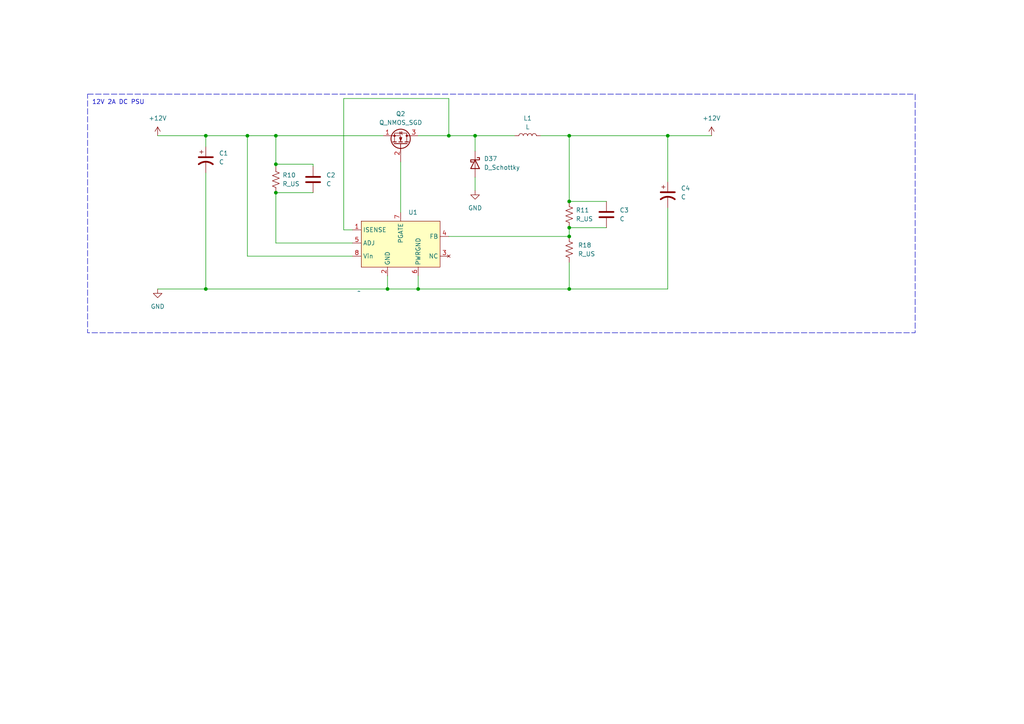
<source format=kicad_sch>
(kicad_sch (version 20230121) (generator eeschema)
  (paper "A4")
  (lib_symbols
    (symbol "Device:C" (pin_numbers hide) (pin_names (offset 0.254))
      (property "Reference" "C" (at 0.635 2.54 0))
      (property "Value" "C" (at 0.635 -2.54 0))
      (symbol "C_0_1"
        (polyline (pts (xy -2.032 -0.762) (xy 2.032 -0.762)) (stroke (width 0.508)))
        (polyline (pts (xy -2.032 0.762) (xy 2.032 0.762)) (stroke (width 0.508)))
      )
      (symbol "C_1_1"
        (pin passive line (at 0 3.81 270) (length 2.794) (name "~") (number "1"))
        (pin passive line (at 0 -3.81 90) (length 2.794) (name "~") (number "2"))
      )
    )
    (symbol "Device:C_Polarized_US" (pin_numbers hide) (pin_names (offset 0.254) hide)
      (property "Reference" "C" (at 0.635 2.54 0))
      (property "Value" "C_Polarized_US" (at 0.635 -2.54 0))
      (symbol "C_Polarized_US_0_1"
        (polyline (pts (xy -2.032 0.762) (xy 2.032 0.762)) (stroke (width 0.508)))
        (polyline (pts (xy -1.778 2.286) (xy -0.762 2.286)))
        (polyline (pts (xy -1.27 1.778) (xy -1.27 2.794)))
        (arc (start 2.032 -1.27) (mid 0 -0.5572) (end -2.032 -1.27) (stroke (width 0.508)))
      )
      (symbol "C_Polarized_US_1_1"
        (pin passive line (at 0 3.81 270) (length 2.794) (name "~") (number "1"))
        (pin passive line (at 0 -3.81 90) (length 3.302) (name "~") (number "2"))
      )
    )
    (symbol "Device:D_Schottky" (pin_numbers hide) (pin_names (offset 1.016) hide)
      (property "Reference" "D" (at 0 2.54 0))
      (property "Value" "D_Schottky" (at 0 -2.54 0))
      (symbol "D_Schottky_0_1"
        (polyline (pts (xy 1.27 0) (xy -1.27 0)))
        (polyline (pts (xy 1.27 1.27) (xy 1.27 -1.27) (xy -1.27 0) (xy 1.27 1.27)) (stroke (width 0.254)))
        (polyline (pts (xy -1.905 0.635) (xy -1.905 1.27) (xy -1.27 1.27) (xy -1.27 -1.27) (xy -0.635 -1.27) (xy -0.635 -0.635)) (stroke (width 0.254)))
      )
      (symbol "D_Schottky_1_1"
        (pin passive line (at -3.81 0 0) (length 2.54) (name "K") (number "1"))
        (pin passive line (at 3.81 0 180) (length 2.54) (name "A") (number "2"))
      )
    )
    (symbol "Device:L" (pin_numbers hide) (pin_names (offset 1.016) hide)
      (property "Reference" "L" (at -1.27 0 90))
      (property "Value" "L" (at 1.905 0 90))
      (symbol "L_0_1"
        (arc (start 0 -2.54) (mid 0.6323 -1.905) (end 0 -1.27))
        (arc (start 0 -1.27) (mid 0.6323 -0.635) (end 0 0))
        (arc (start 0 0) (mid 0.6323 0.635) (end 0 1.27))
        (arc (start 0 1.27) (mid 0.6323 1.905) (end 0 2.54))
      )
      (symbol "L_1_1"
        (pin passive line (at 0 3.81 270) (length 1.27) (name "1") (number "1"))
        (pin passive line (at 0 -3.81 90) (length 1.27) (name "2") (number "2"))
      )
    )
    (symbol "Device:Q_NMOS_SGD" (pin_names (offset 0) hide)
      (property "Reference" "Q" (at 5.08 1.27 0))
      (property "Value" "Q_NMOS_SGD" (at 5.08 -1.27 0))
      (symbol "Q_NMOS_SGD_0_1"
        (polyline (pts (xy 0.254 0) (xy -2.54 0)))
        (polyline (pts (xy 0.254 1.905) (xy 0.254 -1.905)) (stroke (width 0.254)))
        (polyline (pts (xy 0.762 -1.27) (xy 0.762 -2.286)) (stroke (width 0.254)))
        (polyline (pts (xy 0.762 0.508) (xy 0.762 -0.508)) (stroke (width 0.254)))
        (polyline (pts (xy 0.762 2.286) (xy 0.762 1.27)) (stroke (width 0.254)))
        (polyline (pts (xy 2.54 2.54) (xy 2.54 1.778)))
        (polyline (pts (xy 2.54 -2.54) (xy 2.54 0) (xy 0.762 0)))
        (polyline (pts (xy 0.762 -1.778) (xy 3.302 -1.778) (xy 3.302 1.778) (xy 0.762 1.778)))
        (polyline (pts (xy 1.016 0) (xy 2.032 0.381) (xy 2.032 -0.381) (xy 1.016 0)) (fill (type outline)))
        (polyline (pts (xy 2.794 0.508) (xy 2.921 0.381) (xy 3.683 0.381) (xy 3.81 0.254)))
        (polyline (pts (xy 3.302 0.381) (xy 2.921 -0.254) (xy 3.683 -0.254) (xy 3.302 0.381)))
        (circle (center 1.651 0) (radius 2.794) (stroke (width 0.254)))
        (circle (center 2.54 -1.778) (radius 0.254) (fill (type outline)))
        (circle (center 2.54 1.778) (radius 0.254) (fill (type outline)))
      )
      (symbol "Q_NMOS_SGD_1_1"
        (pin passive line (at 2.54 -5.08 90) (length 2.54) (name "S") (number "1"))
        (pin input line (at -5.08 0 0) (length 5.08) (name "G") (number "2"))
        (pin passive line (at 2.54 5.08 270) (length 2.54) (name "D") (number "3"))
      )
    )
    (symbol "Device:R_US" (pin_numbers hide) (pin_names (offset 0))
      (property "Reference" "R" (at 2.54 0 90))
      (property "Value" "R_US" (at -2.54 0 90))
      (symbol "R_US_0_1"
        (polyline (pts (xy 0 -2.286) (xy 0 -2.54)))
        (polyline (pts (xy 0 2.286) (xy 0 2.54)))
        (polyline (pts (xy 0 -0.762) (xy 1.016 -1.143) (xy 0 -1.524) (xy -1.016 -1.905) (xy 0 -2.286)))
        (polyline (pts (xy 0 0.762) (xy 1.016 0.381) (xy 0 0) (xy -1.016 -0.381) (xy 0 -0.762)))
        (polyline (pts (xy 0 2.286) (xy 1.016 1.905) (xy 0 1.524) (xy -1.016 1.143) (xy 0 0.762)))
      )
      (symbol "R_US_1_1"
        (pin passive line (at 0 3.81 270) (length 1.27) (name "~") (number "1"))
        (pin passive line (at 0 -3.81 90) (length 1.27) (name "~") (number "2"))
      )
    )
    (symbol "ResinPrinter:LM3485"
      (property "Reference" "U" (at -9.525 8.255 0))
      (symbol "LM3485_1_1"
        (rectangle (start -10.795 6.985) (end 12.065 -6.35) (fill (type background)))
        (pin input line (at -13.335 4.445 0) (length 2.54) (name "ISENSE") (number "1"))
        (pin passive line (at -3.175 -8.89 90) (length 2.54) (name "GND") (number "2"))
        (pin no_connect line (at 14.605 -3.175 180) (length 2.54) (name "NC") (number "3"))
        (pin input line (at 14.605 2.54 180) (length 2.54) (name "FB") (number "4"))
        (pin input line (at -13.335 0.635 0) (length 2.54) (name "ADJ") (number "5"))
        (pin passive line (at 5.715 -8.89 90) (length 2.54) (name "PWRGND") (number "6"))
        (pin output line (at 0.635 9.525 270) (length 2.54) (name "PGATE") (number "7"))
        (pin power_in line (at -13.335 -3.175 0) (length 2.54) (name "Vin") (number "8"))
      )
    )
    (symbol "power:+12V" (power) (pin_names (offset 0))
      (property "Value" "+12V" (at 0 3.556 0))
      (symbol "+12V_0_1"
        (polyline (pts (xy -0.762 1.27) (xy 0 2.54)))
        (polyline (pts (xy 0 0) (xy 0 2.54)))
        (polyline (pts (xy 0 2.54) (xy 0.762 1.27)))
      )
      (symbol "+12V_1_1"
        (pin power_in line (at 0 0 90) (length 0) hide (name "+12V") (number "1"))
      )
    )
    (symbol "power:GND" (power) (pin_names (offset 0))
      (property "Value" "GND" (at 0 -3.81 0))
      (symbol "GND_0_1"
        (polyline (pts (xy 0 0) (xy 0 -1.27) (xy 1.27 -1.27) (xy 0 -2.54) (xy -1.27 -1.27) (xy 0 -1.27)))
      )
      (symbol "GND_1_1"
        (pin power_in line (at 0 0 270) (length 0) hide (name "GND") (number "1"))
      )
    )
  )
  (junction (at 121.285 83.82))
  (junction (at 165.1 68.58))
  (junction (at 80.01 47.625))
  (junction (at 193.675 39.37))
  (junction (at 165.1 66.04))
  (junction (at 165.1 39.37))
  (junction (at 71.755 39.37))
  (junction (at 80.01 55.88))
  (junction (at 59.69 83.82))
  (junction (at 165.1 58.42))
  (junction (at 112.395 83.82))
  (junction (at 137.795 39.37))
  (junction (at 165.1 83.82))
  (junction (at 130.175 39.37))
  (junction (at 59.69 39.37))
  (junction (at 80.01 39.37))
  (wire (pts (xy 90.805 47.625) (xy 90.805 48.26)))
  (wire (pts (xy 165.1 83.82) (xy 165.1 76.2)))
  (wire (pts (xy 80.01 47.625) (xy 90.805 47.625)))
  (wire (pts (xy 130.175 28.575) (xy 130.175 39.37)))
  (wire (pts (xy 116.205 46.99) (xy 116.205 61.595)))
  (wire (pts (xy 59.69 42.545) (xy 59.69 39.37)))
  (wire (pts (xy 71.755 39.37) (xy 80.01 39.37)))
  (wire (pts (xy 80.01 55.88) (xy 90.805 55.88)))
  (wire (pts (xy 99.695 28.575) (xy 130.175 28.575)))
  (wire (pts (xy 112.395 83.82) (xy 121.285 83.82)))
  (wire (pts (xy 71.755 74.295) (xy 102.235 74.295)))
  (wire (pts (xy 165.1 39.37) (xy 165.1 58.42)))
  (wire (pts (xy 45.72 83.82) (xy 59.69 83.82)))
  (wire (pts (xy 193.675 39.37) (xy 206.375 39.37)))
  (wire (pts (xy 137.795 51.435) (xy 137.795 55.245)))
  (wire (pts (xy 59.69 83.82) (xy 112.395 83.82)))
  (wire (pts (xy 193.675 83.82) (xy 165.1 83.82)))
  (wire (pts (xy 80.01 39.37) (xy 80.01 47.625)))
  (wire (pts (xy 137.795 39.37) (xy 137.795 43.815)))
  (wire (pts (xy 165.1 66.04) (xy 165.1 68.58)))
  (wire (pts (xy 130.175 68.58) (xy 165.1 68.58)))
  (wire (pts (xy 193.675 60.325) (xy 193.675 83.82)))
  (wire (pts (xy 112.395 80.01) (xy 112.395 83.82)))
  (wire (pts (xy 59.69 50.165) (xy 59.69 83.82)))
  (wire (pts (xy 165.1 66.04) (xy 175.895 66.04)))
  (wire (pts (xy 130.175 39.37) (xy 137.795 39.37)))
  (wire (pts (xy 99.695 66.675) (xy 99.695 28.575)))
  (wire (pts (xy 130.175 39.37) (xy 121.285 39.37)))
  (wire (pts (xy 45.72 39.37) (xy 59.69 39.37)))
  (wire (pts (xy 80.01 39.37) (xy 111.125 39.37)))
  (wire (pts (xy 80.01 55.88) (xy 80.01 70.485)))
  (wire (pts (xy 80.01 70.485) (xy 102.235 70.485)))
  (wire (pts (xy 121.285 83.82) (xy 165.1 83.82)))
  (wire (pts (xy 165.1 58.42) (xy 175.895 58.42)))
  (wire (pts (xy 80.01 47.625) (xy 80.01 48.26)))
  (wire (pts (xy 193.675 39.37) (xy 193.675 52.705)))
  (wire (pts (xy 71.755 39.37) (xy 71.755 74.295)))
  (wire (pts (xy 59.69 39.37) (xy 71.755 39.37)))
  (wire (pts (xy 102.235 66.675) (xy 99.695 66.675)))
  (wire (pts (xy 137.795 39.37) (xy 149.225 39.37)))
  (wire (pts (xy 165.1 39.37) (xy 193.675 39.37)))
  (wire (pts (xy 121.285 80.01) (xy 121.285 83.82)))
  (wire (pts (xy 156.845 39.37) (xy 165.1 39.37)))
  (rectangle (start 25.4 27.305) (end 265.43 96.52) (stroke (width 0) (type dash)))
  (text "12V 2A DC PSU" (at 26.67 30.48 0) (effects (font (size 1.27 1.27)) (justify left bottom)))
  (symbol (lib_id "power:+12V") (at 45.72 39.37 0) (unit 1)
    (property "Reference" "#PWR04" (effects hide))
    (property "Value" "+12V" (at 45.72 34.29 0))
  )
  (symbol (lib_id "Device:R_US") (at 165.1 62.23 0) (unit 1)
    (property "Reference" "R11" (at 167.005 60.96 0) (effects (justify left)))
    (property "Value" "R_US" (at 167.005 63.5 0) (effects (justify left)))
  )
  (symbol (lib_id "power:+12V") (at 206.375 39.37 0) (unit 1)
    (property "Reference" "#PWR034" (effects hide))
    (property "Value" "+12V" (at 206.375 34.29 0))
  )
  (symbol (lib_id "Device:D_Schottky") (at 137.795 47.625 270) (unit 1)
    (property "Reference" "D37" (at 140.335 46.0375 90) (effects (justify left)))
    (property "Value" "D_Schottky" (at 140.335 48.5775 90) (effects (justify left)))
  )
  (symbol (lib_id "Device:C_Polarized_US") (at 193.675 56.515 0) (unit 1)
    (property "Reference" "C4" (at 197.485 54.61 0) (effects (justify left)))
    (property "Value" "C" (at 197.485 57.15 0) (effects (justify left)))
  )
  (symbol (lib_id "Device:R_US") (at 80.01 52.07 0) (unit 1)
    (property "Reference" "R10" (at 81.915 50.8 0) (effects (justify left)))
    (property "Value" "R_US" (at 81.915 53.34 0) (effects (justify left)))
  )
  (symbol (lib_id "ResinPrinter:LM3485") (at 115.57 71.12 0) (unit 1)
    (property "Reference" "U1" (at 118.3991 61.595 0) (effects (justify left)))
    (property "Value" "~" (at 104.14 84.455 0))
  )
  (symbol (lib_id "Device:C") (at 90.805 52.07 0) (unit 1)
    (property "Reference" "C2" (at 94.615 50.8 0) (effects (justify left)))
    (property "Value" "C" (at 94.615 53.34 0) (effects (justify left)))
  )
  (symbol (lib_id "Device:C_Polarized_US") (at 59.69 46.355 0) (unit 1)
    (property "Reference" "C1" (at 63.5 44.45 0) (effects (justify left)))
    (property "Value" "C" (at 63.5 46.99 0) (effects (justify left)))
  )
  (symbol (lib_id "Device:R_US") (at 165.1 72.39 0) (unit 1)
    (property "Reference" "R18" (at 167.64 71.12 0) (effects (justify left)))
    (property "Value" "R_US" (at 167.64 73.66 0) (effects (justify left)))
  )
  (symbol (lib_id "power:GND") (at 45.72 83.82 0) (unit 1)
    (property "Reference" "#PWR015" (effects hide))
    (property "Value" "GND" (at 45.72 88.9 0))
  )
  (symbol (lib_id "Device:C") (at 175.895 62.23 0) (unit 1)
    (property "Reference" "C3" (at 179.705 60.96 0) (effects (justify left)))
    (property "Value" "C" (at 179.705 63.5 0) (effects (justify left)))
  )
  (symbol (lib_id "Device:L") (at 153.035 39.37 90) (unit 1)
    (property "Reference" "L1" (at 153.035 34.29 90))
    (property "Value" "L" (at 153.035 36.83 90))
  )
  (symbol (lib_id "Device:Q_NMOS_SGD") (at 116.205 41.91 270) (mirror x) (unit 1)
    (property "Reference" "Q2" (at 116.205 33.02 90))
    (property "Value" "Q_NMOS_SGD" (at 116.205 35.56 90))
  )
  (symbol (lib_id "power:GND") (at 137.795 55.245 0) (unit 1)
    (property "Reference" "#PWR016" (effects hide))
    (property "Value" "GND" (at 137.795 60.325 0))
  )
)
</source>
